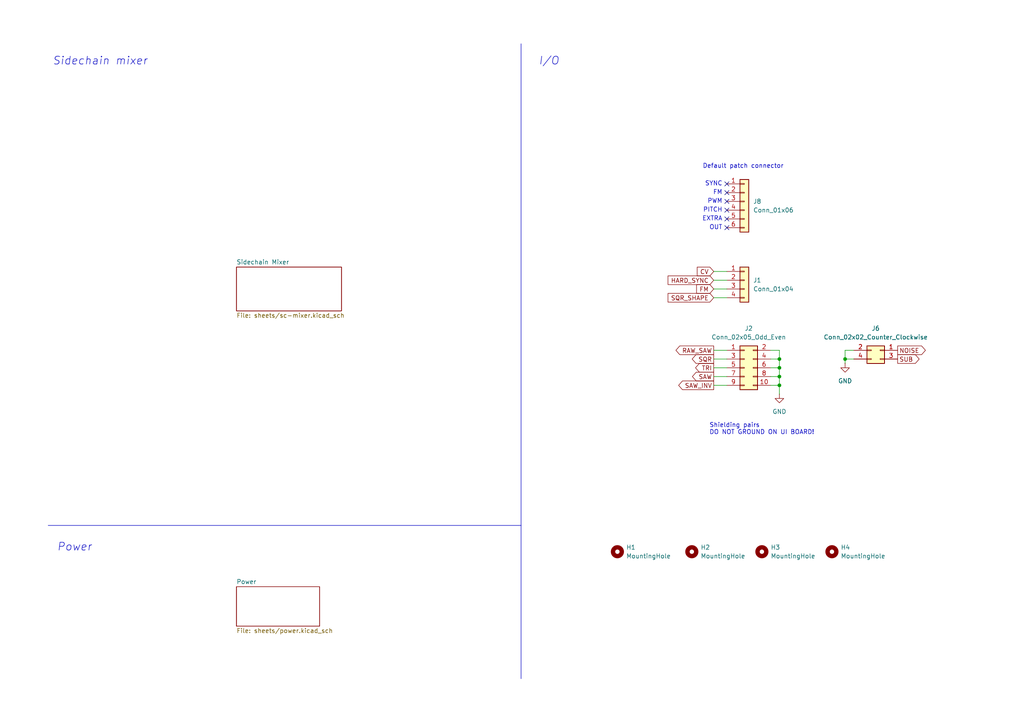
<source format=kicad_sch>
(kicad_sch (version 20250114) (generator "eeschema") (generator_version "9.0")
  (paper "A4")
  (lib_symbols
    (symbol "Connector_Generic:Conn_01x04" (pin_names (offset 1.016) (hide yes))
      (property "Reference" "J" (at 0 5.08 0))
      (property "Value" "Conn_01x04" (at 0 -7.62 0))
      (symbol "Conn_01x04_1_1"
        (rectangle (start -1.27 3.81) (end 1.27 -6.35) (stroke (width 0.254)) (fill (type background)))
        (rectangle (start -1.27 2.667) (end 0 2.413) (stroke (width 0.1524)))
        (rectangle (start -1.27 0.127) (end 0 -0.127) (stroke (width 0.1524)))
        (rectangle (start -1.27 -2.413) (end 0 -2.667) (stroke (width 0.1524)))
        (rectangle (start -1.27 -4.953) (end 0 -5.207) (stroke (width 0.1524)))
        (pin passive line (at -5.08 2.54 0) (length 3.81) (name "Pin_1") (number "1"))
        (pin passive line (at -5.08 0 0) (length 3.81) (name "Pin_2") (number "2"))
        (pin passive line (at -5.08 -2.54 0) (length 3.81) (name "Pin_3") (number "3"))
        (pin passive line (at -5.08 -5.08 0) (length 3.81) (name "Pin_4") (number "4"))
      )
    )
    (symbol "Connector_Generic:Conn_01x06" (pin_names (offset 1.016) (hide yes))
      (property "Reference" "J" (at 0 7.62 0))
      (property "Value" "Conn_01x06" (at 0 -10.16 0))
      (symbol "Conn_01x06_1_1"
        (rectangle (start -1.27 6.35) (end 1.27 -8.89) (stroke (width 0.254)) (fill (type background)))
        (rectangle (start -1.27 5.207) (end 0 4.953) (stroke (width 0.1524)))
        (rectangle (start -1.27 2.667) (end 0 2.413) (stroke (width 0.1524)))
        (rectangle (start -1.27 0.127) (end 0 -0.127) (stroke (width 0.1524)))
        (rectangle (start -1.27 -2.413) (end 0 -2.667) (stroke (width 0.1524)))
        (rectangle (start -1.27 -4.953) (end 0 -5.207) (stroke (width 0.1524)))
        (rectangle (start -1.27 -7.493) (end 0 -7.747) (stroke (width 0.1524)))
        (pin passive line (at -5.08 5.08 0) (length 3.81) (name "Pin_1") (number "1"))
        (pin passive line (at -5.08 2.54 0) (length 3.81) (name "Pin_2") (number "2"))
        (pin passive line (at -5.08 0 0) (length 3.81) (name "Pin_3") (number "3"))
        (pin passive line (at -5.08 -2.54 0) (length 3.81) (name "Pin_4") (number "4"))
        (pin passive line (at -5.08 -5.08 0) (length 3.81) (name "Pin_5") (number "5"))
        (pin passive line (at -5.08 -7.62 0) (length 3.81) (name "Pin_6") (number "6"))
      )
    )
    (symbol "Connector_Generic:Conn_02x02_Odd_Even" (pin_names (offset 1.016) (hide yes))
      (property "Reference" "J" (at 1.27 2.54 0))
      (property "Value" "Conn_02x02_Odd_Even" (at 1.27 -5.08 0))
      (symbol "Conn_02x02_Odd_Even_1_1"
        (rectangle (start -1.27 1.27) (end 3.81 -3.81) (stroke (width 0.254)) (fill (type background)))
        (rectangle (start -1.27 0.127) (end 0 -0.127) (stroke (width 0.1524)))
        (rectangle (start -1.27 -2.413) (end 0 -2.667) (stroke (width 0.1524)))
        (rectangle (start 3.81 0.127) (end 2.54 -0.127) (stroke (width 0.1524)))
        (rectangle (start 3.81 -2.413) (end 2.54 -2.667) (stroke (width 0.1524)))
        (pin passive line (at -5.08 0 0) (length 3.81) (name "Pin_1") (number "1"))
        (pin passive line (at -5.08 -2.54 0) (length 3.81) (name "Pin_3") (number "3"))
        (pin passive line (at 7.62 0 180) (length 3.81) (name "Pin_2") (number "2"))
        (pin passive line (at 7.62 -2.54 180) (length 3.81) (name "Pin_4") (number "4"))
      )
    )
    (symbol "Connector_Generic:Conn_02x05_Odd_Even" (pin_names (offset 1.016) (hide yes))
      (property "Reference" "J" (at 1.27 7.62 0))
      (property "Value" "Conn_02x05_Odd_Even" (at 1.27 -7.62 0))
      (symbol "Conn_02x05_Odd_Even_1_1"
        (rectangle (start -1.27 6.35) (end 3.81 -6.35) (stroke (width 0.254)) (fill (type background)))
        (rectangle (start -1.27 5.207) (end 0 4.953) (stroke (width 0.1524)))
        (rectangle (start -1.27 2.667) (end 0 2.413) (stroke (width 0.1524)))
        (rectangle (start -1.27 0.127) (end 0 -0.127) (stroke (width 0.1524)))
        (rectangle (start -1.27 -2.413) (end 0 -2.667) (stroke (width 0.1524)))
        (rectangle (start -1.27 -4.953) (end 0 -5.207) (stroke (width 0.1524)))
        (rectangle (start 3.81 5.207) (end 2.54 4.953) (stroke (width 0.1524)))
        (rectangle (start 3.81 2.667) (end 2.54 2.413) (stroke (width 0.1524)))
        (rectangle (start 3.81 0.127) (end 2.54 -0.127) (stroke (width 0.1524)))
        (rectangle (start 3.81 -2.413) (end 2.54 -2.667) (stroke (width 0.1524)))
        (rectangle (start 3.81 -4.953) (end 2.54 -5.207) (stroke (width 0.1524)))
        (pin passive line (at -5.08 5.08 0) (length 3.81) (name "Pin_1") (number "1"))
        (pin passive line (at -5.08 2.54 0) (length 3.81) (name "Pin_3") (number "3"))
        (pin passive line (at -5.08 0 0) (length 3.81) (name "Pin_5") (number "5"))
        (pin passive line (at -5.08 -2.54 0) (length 3.81) (name "Pin_7") (number "7"))
        (pin passive line (at -5.08 -5.08 0) (length 3.81) (name "Pin_9") (number "9"))
        (pin passive line (at 7.62 5.08 180) (length 3.81) (name "Pin_2") (number "2"))
        (pin passive line (at 7.62 2.54 180) (length 3.81) (name "Pin_4") (number "4"))
        (pin passive line (at 7.62 0 180) (length 3.81) (name "Pin_6") (number "6"))
        (pin passive line (at 7.62 -2.54 180) (length 3.81) (name "Pin_8") (number "8"))
        (pin passive line (at 7.62 -5.08 180) (length 3.81) (name "Pin_10") (number "10"))
      )
    )
    (symbol "Mechanical:MountingHole" (pin_names (offset 1.016)) (in_bom no)
      (property "Reference" "H" (at 0 5.08 0))
      (property "Value" "MountingHole" (at 0 3.175 0))
      (symbol "MountingHole_0_1"
        (circle (center 0 0) (radius 1.27) (stroke (width 1.27)))
      )
    )
    (symbol "power:GND" (power) (pin_numbers (hide yes)) (pin_names (offset 0) (hide yes))
      (property "Value" "GND" (at 0 -3.81 0))
      (symbol "GND_0_1"
        (polyline (pts (xy 0 0) (xy 0 -1.27) (xy 1.27 -1.27) (xy 0 -2.54) (xy -1.27 -1.27) (xy 0 -1.27)))
      )
      (symbol "GND_1_1"
        (pin power_in line (at 0 0 270) (length 0) (name "~") (number "1"))
      )
    )
  )
  (text "Power" (at 16.51 158.75 0) (effects (font (size 2.27 2.27) (italic yes)) (justify left)))
  (text "PWM" (at 209.55 58.42 0) (effects (font (size 1.27 1.27)) (justify right)))
  (text "Default patch connector" (at 227.33 48.26 0) (effects (font (size 1.27 1.27)) (justify right)))
  (text "OUT" (at 209.55 66.04 0) (effects (font (size 1.27 1.27)) (justify right)))
  (text "SYNC" (at 209.55 53.34 0) (effects (font (size 1.27 1.27)) (justify right)))
  (text "Shielding pairs\nDO NOT GROUND ON UI BOARD!" (at 205.74 124.46 0) (effects (font (size 1.27 1.27)) (justify left)))
  (text "EXTRA" (at 209.55 63.5 0) (effects (font (size 1.27 1.27)) (justify right)))
  (text "Sidechain mixer" (at 15.24 17.78 0) (effects (font (size 2.27 2.27) (italic yes)) (justify left)))
  (text "FM" (at 209.55 55.88 0) (effects (font (size 1.27 1.27)) (justify right)))
  (text "I/O" (at 156.21 17.78 0) (effects (font (size 2.27 2.27) (italic yes)) (justify left)))
  (text "PITCH" (at 209.55 60.96 0) (effects (font (size 1.27 1.27)) (justify right)))
  (junction (at 226.06 109.22))
  (junction (at 226.06 106.68))
  (junction (at 245.11 104.14))
  (junction (at 226.06 104.14))
  (junction (at 226.06 111.76))
  (no_connect (at 210.82 66.04))
  (no_connect (at 210.82 53.34))
  (no_connect (at 210.82 60.96))
  (no_connect (at 210.82 55.88))
  (no_connect (at 210.82 63.5))
  (no_connect (at 210.82 58.42))
  (wire (pts (xy 226.06 109.22) (xy 226.06 111.76)))
  (wire (pts (xy 207.01 78.74) (xy 210.82 78.74)))
  (wire (pts (xy 245.11 104.14) (xy 247.65 104.14)))
  (wire (pts (xy 245.11 104.14) (xy 245.11 105.41)))
  (wire (pts (xy 207.01 111.76) (xy 210.82 111.76)))
  (wire (pts (xy 223.52 111.76) (xy 226.06 111.76)))
  (wire (pts (xy 223.52 104.14) (xy 226.06 104.14)))
  (wire (pts (xy 247.65 101.6) (xy 245.11 101.6)))
  (wire (pts (xy 207.01 86.36) (xy 210.82 86.36)))
  (wire (pts (xy 226.06 101.6) (xy 226.06 104.14)))
  (wire (pts (xy 226.06 106.68) (xy 226.06 109.22)))
  (wire (pts (xy 207.01 106.68) (xy 210.82 106.68)))
  (wire (pts (xy 207.01 101.6) (xy 210.82 101.6)))
  (wire (pts (xy 207.01 109.22) (xy 210.82 109.22)))
  (wire (pts (xy 223.52 101.6) (xy 226.06 101.6)))
  (wire (pts (xy 207.01 83.82) (xy 210.82 83.82)))
  (wire (pts (xy 223.52 109.22) (xy 226.06 109.22)))
  (wire (pts (xy 226.06 104.14) (xy 226.06 106.68)))
  (wire (pts (xy 226.06 111.76) (xy 226.06 114.3)))
  (wire (pts (xy 223.52 106.68) (xy 226.06 106.68)))
  (polyline (pts (xy 151.13 12.7) (xy 151.13 196.85)))
  (wire (pts (xy 245.11 101.6) (xy 245.11 104.14)))
  (wire (pts (xy 207.01 81.28) (xy 210.82 81.28)))
  (wire (pts (xy 207.01 104.14) (xy 210.82 104.14)))
  (polyline (pts (xy 13.97 152.4) (xy 151.13 152.4)))
  (global_label "FM" (shape input) (at 207.01 83.82 180) (property "Intersheetrefs" "${INTERSHEET_REFS}" (effects (hide yes))))
  (global_label "SQR" (shape output) (at 207.01 104.14 180) (property "Intersheetrefs" "${INTERSHEET_REFS}" (effects (hide yes))))
  (global_label "SAW_INV" (shape output) (at 207.01 111.76 180) (property "Intersheetrefs" "${INTERSHEET_REFS}" (effects (hide yes))))
  (global_label "SUB" (shape output) (at 260.35 104.14 0) (property "Intersheetrefs" "${INTERSHEET_REFS}" (effects (hide yes))))
  (global_label "SQR_SHAPE" (shape input) (at 207.01 86.36 180) (property "Intersheetrefs" "${INTERSHEET_REFS}" (effects (hide yes))))
  (global_label "HARD_SYNC" (shape input) (at 207.01 81.28 180) (property "Intersheetrefs" "${INTERSHEET_REFS}" (effects (hide yes))))
  (global_label "SAW" (shape output) (at 207.01 109.22 180) (property "Intersheetrefs" "${INTERSHEET_REFS}" (effects (hide yes))))
  (global_label "CV" (shape input) (at 207.01 78.74 180) (property "Intersheetrefs" "${INTERSHEET_REFS}" (effects (hide yes))))
  (global_label "NOISE" (shape output) (at 260.35 101.6 0) (property "Intersheetrefs" "${INTERSHEET_REFS}" (effects (hide yes))))
  (global_label "RAW_SAW" (shape output) (at 207.01 101.6 180) (property "Intersheetrefs" "${INTERSHEET_REFS}" (effects (hide yes))))
  (global_label "TRI" (shape output) (at 207.01 106.68 180) (property "Intersheetrefs" "${INTERSHEET_REFS}" (effects (hide yes))))
  (symbol (lib_id "Connector_Generic:Conn_02x02_Odd_Even") (at 255.27 101.6 0) (mirror y) (unit 1)
    (property "Reference" "J6" (at 254 95.25 0))
    (property "Value" "Conn_02x02_Counter_Clockwise" (at 254 97.79 0))
    (property "Footprint" "Connector_PinHeader_2.54mm:PinHeader_2x02_P2.54mm_Vertical" (effects (hide yes)))
    (property "Description" "Generic connector, double row, 02x02, odd/even pin numbering scheme (row 1 odd numbers, row 2 even numbers), script generated (kicad-library-utils/schlib/autogen/connector/)" (effects (hide yes)))
    (property "Part URL" "https://mou.sr/3TDBcz9" (effects (hide yes)))
    (property "Vendor" "Mouser" (effects (hide yes)))
    (property "CHECKED" "YES" (effects (hide yes)))
    (property "Mouser Part no." "200-HTSW10207TD" (effects (hide yes)))
  )
  (symbol (lib_id "power:GND") (at 226.06 114.3 0) (unit 1)
    (property "Reference" "#PWR01" (effects (hide yes)))
    (property "Value" "GND" (at 226.06 119.38 0))
    (property "Description" "Power symbol creates a global label with name \"GND\" , ground" (effects (hide yes)))
  )
  (symbol (lib_id "Mechanical:MountingHole") (at 200.66 160.02 0) (unit 1) (in_bom no)
    (property "Reference" "H2" (at 203.2 158.7499 0) (effects (justify left)))
    (property "Value" "MountingHole" (at 203.2 161.2899 0) (effects (justify left)))
    (property "Footprint" "MountingHole:MountingHole_3.2mm_M3_DIN965_Pad" (effects (hide yes)))
    (property "Description" "Mounting Hole without connection" (effects (hide yes)))
    (property "CHECKED" "YES" (effects (hide yes)))
  )
  (symbol (lib_id "Connector_Generic:Conn_01x04") (at 215.9 81.28 0) (unit 1)
    (property "Reference" "J1" (at 218.44 81.2799 0) (effects (justify left)))
    (property "Value" "Conn_01x04" (at 218.44 83.8199 0) (effects (justify left)))
    (property "Footprint" "Connector_PinHeader_2.54mm:PinHeader_1x04_P2.54mm_Vertical" (effects (hide yes)))
    (property "Description" "Generic connector, single row, 01x04, script generated (kicad-library-utils/schlib/autogen/connector/)" (effects (hide yes)))
    (property "Part URL" "https://mou.sr/3UfnMcJ" (effects (hide yes)))
    (property "Vendor" "Mouser" (effects (hide yes)))
    (property "CHECKED" "YES" (effects (hide yes)))
    (property "Mouser Part no." "200-HTSW10407TS" (effects (hide yes)))
  )
  (symbol (lib_id "Mechanical:MountingHole") (at 179.07 160.02 0) (unit 1) (in_bom no)
    (property "Reference" "H1" (at 181.61 158.7499 0) (effects (justify left)))
    (property "Value" "MountingHole" (at 181.61 161.2899 0) (effects (justify left)))
    (property "Footprint" "MountingHole:MountingHole_3.2mm_M3_DIN965_Pad" (effects (hide yes)))
    (property "Description" "Mounting Hole without connection" (effects (hide yes)))
    (property "CHECKED" "YES" (effects (hide yes)))
  )
  (symbol (lib_id "Connector_Generic:Conn_01x06") (at 215.9 58.42 0) (unit 1)
    (property "Reference" "J8" (at 218.44 58.4199 0) (effects (justify left)))
    (property "Value" "Conn_01x06" (at 218.44 60.9599 0) (effects (justify left)))
    (property "Footprint" "Connector_PinHeader_2.54mm:PinHeader_1x06_P2.54mm_Vertical" (effects (hide yes)))
    (property "Description" "Generic connector, single row, 01x06, script generated (kicad-library-utils/schlib/autogen/connector/)" (effects (hide yes)))
    (property "Part URL" "https://mou.sr/40bhVZG" (effects (hide yes)))
    (property "Vendor" "Mouser" (effects (hide yes)))
    (property "CHECKED" "YES" (effects (hide yes)))
    (property "Mouser Part no." "474-PRT-09280" (effects (hide yes)))
  )
  (symbol (lib_id "power:GND") (at 245.11 105.41 0) (mirror y) (unit 1)
    (property "Reference" "#PWR063" (effects (hide yes)))
    (property "Value" "GND" (at 245.11 110.49 0))
    (property "Description" "Power symbol creates a global label with name \"GND\" , ground" (effects (hide yes)))
  )
  (symbol (lib_id "Connector_Generic:Conn_02x05_Odd_Even") (at 215.9 106.68 0) (unit 1)
    (property "Reference" "J2" (at 217.17 95.25 0))
    (property "Value" "Conn_02x05_Odd_Even" (at 217.17 97.79 0))
    (property "Footprint" "Connector_PinHeader_2.54mm:PinHeader_2x05_P2.54mm_Vertical" (effects (hide yes)))
    (property "Description" "Generic connector, double row, 02x05, odd/even pin numbering scheme (row 1 odd numbers, row 2 even numbers), script generated (kicad-library-utils/schlib/autogen/connector/)" (effects (hide yes)))
    (property "Part URL" "https://mou.sr/40QhDaC" (effects (hide yes)))
    (property "Vendor" "Mouser" (effects (hide yes)))
    (property "CHECKED" "YES" (effects (hide yes)))
    (property "Mouser Part no." "200-TSW10507TD" (effects (hide yes)))
  )
  (symbol (lib_id "Mechanical:MountingHole") (at 220.98 160.02 0) (unit 1) (in_bom no)
    (property "Reference" "H3" (at 223.52 158.7499 0) (effects (justify left)))
    (property "Value" "MountingHole" (at 223.52 161.2899 0) (effects (justify left)))
    (property "Footprint" "MountingHole:MountingHole_3.2mm_M3_DIN965_Pad" (effects (hide yes)))
    (property "Description" "Mounting Hole without connection" (effects (hide yes)))
    (property "CHECKED" "YES" (effects (hide yes)))
  )
  (symbol (lib_id "Mechanical:MountingHole") (at 241.3 160.02 0) (unit 1) (in_bom no)
    (property "Reference" "H4" (at 243.84 158.7499 0) (effects (justify left)))
    (property "Value" "MountingHole" (at 243.84 161.2899 0) (effects (justify left)))
    (property "Footprint" "MountingHole:MountingHole_3.2mm_M3_DIN965_Pad" (effects (hide yes)))
    (property "Description" "Mounting Hole without connection" (effects (hide yes)))
    (property "CHECKED" "YES" (effects (hide yes)))
  )
  (sheet (at 68.58 77.47) (size 30.48 12.7) (stroke (width 0.1524))
    (property "Sheetname" "Sidechain Mixer" (at 68.58 76.7584 0) (effects (justify left bottom)))
    (property "Sheetfile" "sheets/sc-mixer.kicad_sch" (at 68.58 90.7546 0) (effects (justify left top)))
  )
  (sheet (at 68.58 170.18) (size 24.13 11.43) (stroke (width 0.1524))
    (property "Sheetname" "Power" (at 68.58 169.4684 0) (effects (justify left bottom)))
    (property "Sheetfile" "sheets/power.kicad_sch" (at 68.58 182.1946 0) (effects (justify left top)))
  )
)
</source>
